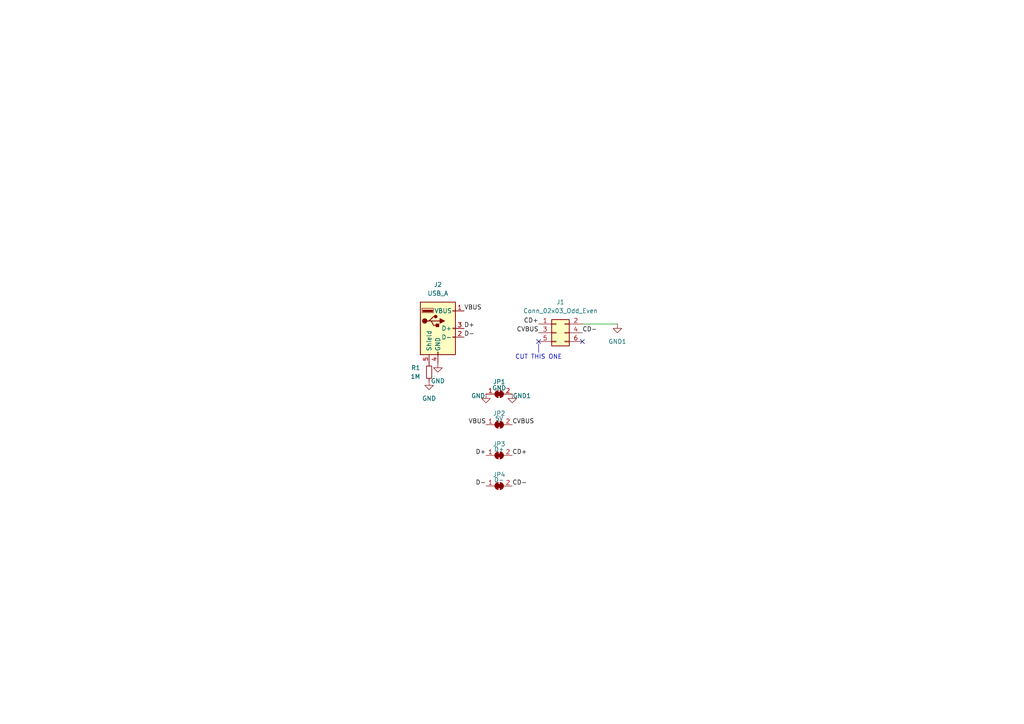
<source format=kicad_sch>
(kicad_sch (version 20231120) (generator "eeschema") (generator_version "8.0")
  (paper "A4")
  (lib_symbols
    (symbol "Connector:USB_A" (pin_names (offset 1.016))
      (property "Reference" "J" (at -5.08 11.43 0))
      (property "Value" "USB_A" (at -5.08 8.89 0))
      (symbol "USB_A_0_1"
        (rectangle (start -5.08 -7.62) (end 5.08 7.62) (stroke (width 0.254)) (fill (type background)))
        (circle (center -3.81 2.159) (radius 0.635) (stroke (width 0.254)) (fill (type outline)))
        (rectangle (start -1.524 4.826) (end -4.318 5.334) (fill (type outline)))
        (rectangle (start -1.27 4.572) (end -4.572 5.842))
        (circle (center -0.635 3.429) (radius 0.381) (stroke (width 0.254)) (fill (type outline)))
        (rectangle (start -0.127 -7.62) (end 0.127 -6.858))
        (polyline (pts (xy -3.175 2.159) (xy -2.54 2.159) (xy -1.27 3.429) (xy -0.635 3.429)) (stroke (width 0.254)))
        (polyline (pts (xy -2.54 2.159) (xy -1.905 2.159) (xy -1.27 0.889) (xy 0 0.889)) (stroke (width 0.254)))
        (polyline (pts (xy 0.635 2.794) (xy 0.635 1.524) (xy 1.905 2.159) (xy 0.635 2.794)) (stroke (width 0.254)) (fill (type outline)))
        (rectangle (start 0.254 1.27) (end -0.508 0.508) (stroke (width 0.254)) (fill (type outline)))
        (rectangle (start 5.08 -2.667) (end 4.318 -2.413))
        (rectangle (start 5.08 -0.127) (end 4.318 0.127))
        (rectangle (start 5.08 4.953) (end 4.318 5.207))
      )
      (symbol "USB_A_1_1"
        (polyline (pts (xy -1.905 2.159) (xy 0.635 2.159)) (stroke (width 0.254)))
        (pin power_in line (at 7.62 5.08 180) (length 2.54) (name "VBUS") (number "1"))
        (pin bidirectional line (at 7.62 -2.54 180) (length 2.54) (name "D-") (number "2"))
        (pin bidirectional line (at 7.62 0 180) (length 2.54) (name "D+") (number "3"))
        (pin power_in line (at 0 -10.16 90) (length 2.54) (name "GND") (number "4"))
        (pin passive line (at -2.54 -10.16 90) (length 2.54) (name "Shield") (number "5"))
      )
    )
    (symbol "Connector_Generic:Conn_02x03_Odd_Even" (pin_names (offset 1.016) hide)
      (property "Reference" "J" (at 1.27 5.08 0))
      (property "Value" "Conn_02x03_Odd_Even" (at 1.27 -5.08 0))
      (symbol "Conn_02x03_Odd_Even_1_1"
        (rectangle (start -1.27 -2.413) (end 0 -2.667) (stroke (width 0.1524)))
        (rectangle (start -1.27 0.127) (end 0 -0.127) (stroke (width 0.1524)))
        (rectangle (start -1.27 2.667) (end 0 2.413) (stroke (width 0.1524)))
        (rectangle (start -1.27 3.81) (end 3.81 -3.81) (stroke (width 0.254)) (fill (type background)))
        (rectangle (start 3.81 -2.413) (end 2.54 -2.667) (stroke (width 0.1524)))
        (rectangle (start 3.81 0.127) (end 2.54 -0.127) (stroke (width 0.1524)))
        (rectangle (start 3.81 2.667) (end 2.54 2.413) (stroke (width 0.1524)))
        (pin passive line (at -5.08 2.54 0) (length 3.81) (name "Pin_1") (number "1"))
        (pin passive line (at 7.62 2.54 180) (length 3.81) (name "Pin_2") (number "2"))
        (pin passive line (at -5.08 0 0) (length 3.81) (name "Pin_3") (number "3"))
        (pin passive line (at 7.62 0 180) (length 3.81) (name "Pin_4") (number "4"))
        (pin passive line (at -5.08 -2.54 0) (length 3.81) (name "Pin_5") (number "5"))
        (pin passive line (at 7.62 -2.54 180) (length 3.81) (name "Pin_6") (number "6"))
      )
    )
    (symbol "Device:R_Small" (pin_numbers hide) (pin_names (offset 0.254) hide)
      (property "Reference" "R" (at 0.762 0.508 0))
      (property "Value" "R_Small" (at 0.762 -1.016 0))
      (symbol "R_Small_0_1"
        (rectangle (start -0.762 1.778) (end 0.762 -1.778) (stroke (width 0.2032)))
      )
      (symbol "R_Small_1_1"
        (pin passive line (at 0 2.54 270) (length 0.762) (name "~") (number "1"))
        (pin passive line (at 0 -2.54 90) (length 0.762) (name "~") (number "2"))
      )
    )
    (symbol "Jumper:SolderJumper_2_Bridged" (pin_names (offset 0) hide)
      (property "Reference" "JP" (at 0 2.032 0))
      (property "Value" "SolderJumper_2_Bridged" (at 0 -2.54 0))
      (symbol "SolderJumper_2_Bridged_0_1"
        (rectangle (start -0.508 0.508) (end 0.508 -0.508) (fill (type outline)))
        (arc (start -0.254 1.016) (mid -1.2656 0) (end -0.254 -1.016))
        (arc (start -0.254 1.016) (mid -1.2656 0) (end -0.254 -1.016) (fill (type outline)))
        (polyline (pts (xy -0.254 1.016) (xy -0.254 -1.016)))
        (polyline (pts (xy 0.254 1.016) (xy 0.254 -1.016)))
        (arc (start 0.254 -1.016) (mid 1.2656 0) (end 0.254 1.016))
        (arc (start 0.254 -1.016) (mid 1.2656 0) (end 0.254 1.016) (fill (type outline)))
      )
      (symbol "SolderJumper_2_Bridged_1_1"
        (pin passive line (at -3.81 0 0) (length 2.54) (name "A") (number "1"))
        (pin passive line (at 3.81 0 180) (length 2.54) (name "B") (number "2"))
      )
    )
    (symbol "power:GND" (power) (pin_numbers hide) (pin_names (offset 0) hide)
      (property "Value" "GND" (at 0 -3.81 0))
      (symbol "GND_0_1"
        (polyline (pts (xy 0 0) (xy 0 -1.27) (xy 1.27 -1.27) (xy 0 -2.54) (xy -1.27 -1.27) (xy 0 -1.27)))
      )
      (symbol "GND_1_1"
        (pin power_in line (at 0 0 270) (length 0) (name "~") (number "1"))
      )
    )
    (symbol "power:GND1" (power) (pin_numbers hide) (pin_names (offset 0) hide)
      (property "Value" "GND1" (at 0 -3.81 0))
      (symbol "GND1_0_1"
        (polyline (pts (xy 0 0) (xy 0 -1.27) (xy 1.27 -1.27) (xy 0 -2.54) (xy -1.27 -1.27) (xy 0 -1.27)))
      )
      (symbol "GND1_1_1"
        (pin power_in line (at 0 0 270) (length 0) (name "~") (number "1"))
      )
    )
  )
  (no_connect (at 168.91 99.06))
  (no_connect (at 156.21 99.06))
  (polyline (pts (xy 156.21 99.695) (xy 156.21 102.235)))
  (wire (pts (xy 168.91 93.98) (xy 179.07 93.98)))
  (text "CUT THIS ONE\n" (at 156.21 103.632 0) (effects (font (size 1.27 1.27))))
  (label "VBUS" (at 140.97 123.19 180))
  (label "D+" (at 134.62 95.25 0))
  (label "D-" (at 140.97 140.97 180))
  (label "D+" (at 140.97 132.08 180))
  (label "VBUS" (at 134.62 90.17 0))
  (label "CD-" (at 168.91 96.52 0))
  (label "CD+" (at 148.59 132.08 0))
  (label "CD-" (at 148.59 140.97 0))
  (label "D-" (at 134.62 97.79 0))
  (label "CVBUS" (at 156.21 96.52 180))
  (label "CVBUS" (at 148.59 123.19 0))
  (label "CD+" (at 156.21 93.98 180))
  (symbol (lib_id "Device:R_Small") (at 124.46 107.95 0) (unit 1)
    (property "Reference" "R1" (at 121.92 106.6799 0) (effects (justify right)))
    (property "Value" "1M" (at 121.92 109.2199 0) (effects (justify right)))
    (property "Footprint" "Resistor_SMD:R_0603_1608Metric" (effects (hide yes)))
    (property "Description" "Resistor, small symbol" (effects (hide yes)))
  )
  (symbol (lib_id "Jumper:SolderJumper_2_Bridged") (at 144.78 114.3 0) (unit 1)
    (property "Reference" "JP1" (at 144.78 110.744 0))
    (property "Value" "GND" (at 144.78 112.522 0))
    (property "Footprint" "Jumper:SolderJumper-2_P1.3mm_Bridged_RoundedPad1.0x1.5mm" (effects (hide yes)))
    (property "Description" "Solder Jumper, 2-pole, closed/bridged" (effects (hide yes)))
  )
  (symbol (lib_id "power:GND") (at 124.46 110.49 0) (unit 1)
    (property "Reference" "#PWR02" (effects (hide yes)))
    (property "Value" "GND" (at 124.46 115.57 0))
    (property "Description" "Power symbol creates a global label with name \"GND\" , ground" (effects (hide yes)))
  )
  (symbol (lib_id "Connector_Generic:Conn_02x03_Odd_Even") (at 161.29 96.52 0) (unit 1)
    (property "Reference" "J1" (at 162.56 87.63 0))
    (property "Value" "Conn_02x03_Odd_Even" (at 162.56 90.17 0))
    (property "Footprint" "SolarAdapter:SAMTEC_FTSH-103-04-L-DH" (effects (hide yes)))
    (property "Description" "Generic connector, double row, 02x03, odd/even pin numbering scheme (row 1 odd numbers, row 2 even numbers), script generated (kicad-library-utils/schlib/autogen/connector/)" (effects (hide yes)))
  )
  (symbol (lib_id "Connector:USB_A") (at 127 95.25 0) (unit 1)
    (property "Reference" "J2" (at 127 82.55 0))
    (property "Value" "USB_A" (at 127 85.09 0))
    (property "Footprint" "Connector_USB:USB_A_CONNFLY_DS1095-WNR0" (effects (hide yes)))
    (property "Datasheet" " ~" (effects (hide yes)))
    (property "Description" "USB Type A connector" (effects (hide yes)))
  )
  (symbol (lib_id "Jumper:SolderJumper_2_Bridged") (at 144.78 123.19 0) (unit 1)
    (property "Reference" "JP2" (at 144.78 119.888 0))
    (property "Value" "5V" (at 144.78 121.412 0))
    (property "Footprint" "Jumper:SolderJumper-2_P1.3mm_Bridged_RoundedPad1.0x1.5mm" (effects (hide yes)))
    (property "Description" "Solder Jumper, 2-pole, closed/bridged" (effects (hide yes)))
  )
  (symbol (lib_id "power:GND") (at 127 105.41 0) (unit 1)
    (property "Reference" "#PWR01" (effects (hide yes)))
    (property "Value" "GND" (at 127 110.49 0))
    (property "Description" "Power symbol creates a global label with name \"GND\" , ground" (effects (hide yes)))
  )
  (symbol (lib_id "power:GND1") (at 179.07 93.98 0) (unit 1)
    (property "Reference" "#PWR04" (effects (hide yes)))
    (property "Value" "GND1" (at 179.07 99.06 0))
    (property "Description" "Power symbol creates a global label with name \"GND1\" , ground" (effects (hide yes)))
  )
  (symbol (lib_id "Jumper:SolderJumper_2_Bridged") (at 144.78 132.08 0) (unit 1)
    (property "Reference" "JP3" (at 144.78 128.778 0))
    (property "Value" "D+" (at 144.78 130.302 0))
    (property "Footprint" "Jumper:SolderJumper-2_P1.3mm_Bridged_RoundedPad1.0x1.5mm" (effects (hide yes)))
    (property "Description" "Solder Jumper, 2-pole, closed/bridged" (effects (hide yes)))
  )
  (symbol (lib_id "power:GND") (at 140.97 114.3 0) (unit 1)
    (property "Reference" "#PWR03" (effects (hide yes)))
    (property "Value" "GND" (at 138.684 114.808 0))
    (property "Description" "Power symbol creates a global label with name \"GND\" , ground" (effects (hide yes)))
  )
  (symbol (lib_id "power:GND1") (at 148.59 114.3 0) (unit 1)
    (property "Reference" "#PWR05" (effects (hide yes)))
    (property "Value" "GND1" (at 151.384 114.808 0))
    (property "Description" "Power symbol creates a global label with name \"GND1\" , ground" (effects (hide yes)))
  )
  (symbol (lib_id "Jumper:SolderJumper_2_Bridged") (at 144.78 140.97 0) (unit 1)
    (property "Reference" "JP4" (at 144.78 137.668 0))
    (property "Value" "D-" (at 144.78 139.192 0))
    (property "Footprint" "Jumper:SolderJumper-2_P1.3mm_Bridged_RoundedPad1.0x1.5mm" (effects (hide yes)))
    (property "Description" "Solder Jumper, 2-pole, closed/bridged" (effects (hide yes)))
  )
)
</source>
